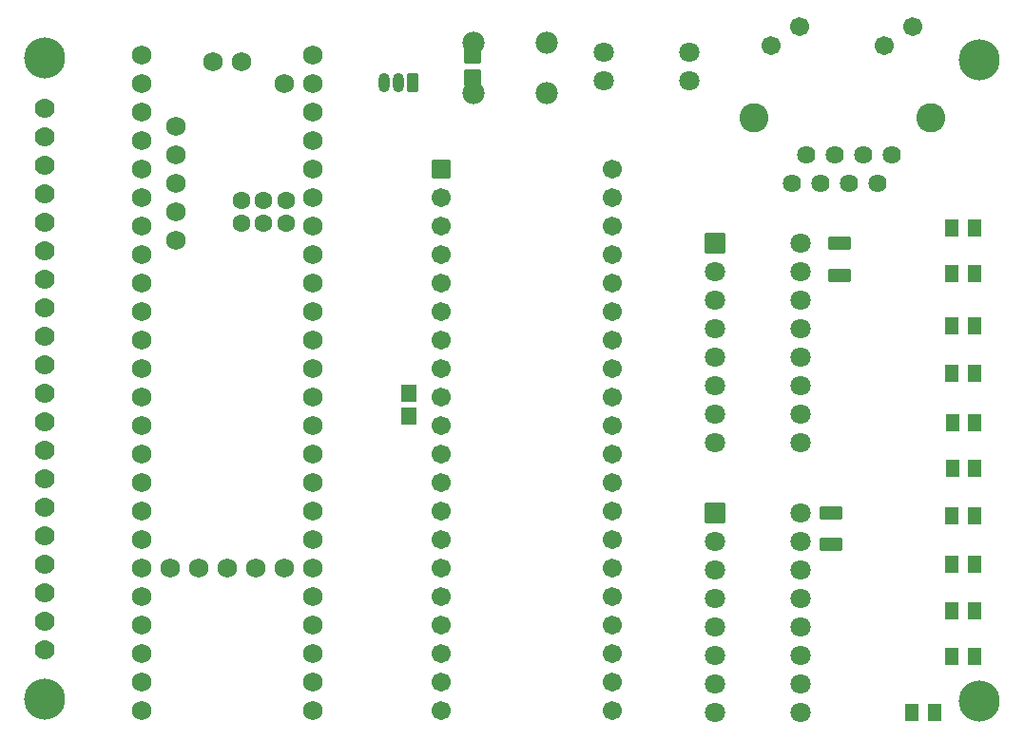
<source format=gbs>
G04 Layer: BottomSolderMaskLayer*
G04 EasyEDA v6.5.40, 2024-02-01 00:24:09*
G04 faf3267638cc42b38ab6b6bb7f3975a6,cb1d8df9e4d043698efa6217e4288dd5,10*
G04 Gerber Generator version 0.2*
G04 Scale: 100 percent, Rotated: No, Reflected: No *
G04 Dimensions in millimeters *
G04 leading zeros omitted , absolute positions ,4 integer and 5 decimal *
%FSLAX45Y45*%
%MOMM*%

%AMMACRO1*1,1,$1,$2,$3*1,1,$1,$4,$5*1,1,$1,0-$2,0-$3*1,1,$1,0-$4,0-$5*20,1,$1,$2,$3,$4,$5,0*20,1,$1,$4,$5,0-$2,0-$3,0*20,1,$1,0-$2,0-$3,0-$4,0-$5,0*20,1,$1,0-$4,0-$5,$2,$3,0*4,1,4,$2,$3,$4,$5,0-$2,0-$3,0-$4,0-$5,$2,$3,0*%
%ADD10C,1.7780*%
%ADD11C,3.6576*%
%ADD12MACRO1,0.1016X-0.5663X0.6885X-0.5663X-0.6885*%
%ADD13MACRO1,0.1016X0.5663X0.6885X0.5663X-0.6885*%
%ADD14MACRO1,0.1016X0.5663X-0.6885X0.5663X0.6885*%
%ADD15MACRO1,0.1016X-0.5663X-0.6885X-0.5663X0.6885*%
%ADD16R,1.4516X1.5116*%
%ADD17MACRO1,0.1016X0.935X0.515X-0.935X0.515*%
%ADD18MACRO1,0.1016X-0.675X-0.705X0.675X-0.705*%
%ADD19MACRO1,0.1016X-0.675X0.705X0.675X0.705*%
%ADD20C,1.7018*%
%ADD21MACRO1,0.1016X0.8001X0.8001X0.8001X-0.8001*%
%ADD22C,1.7016*%
%ADD23C,1.6256*%
%ADD24C,2.6016*%
%ADD25C,1.8016*%
%ADD26O,1.0015981999999999X1.7015968*%
%ADD27MACRO1,0.1016X-0.45X0.8X0.45X0.8*%
%ADD28MACRO1,0.1016X-0.85X0.85X0.85X0.85*%
%ADD29C,1.9812*%
%ADD30C,1.7272*%
%ADD31C,1.6032*%
%ADD32C,0.0112*%

%LPD*%
D10*
G01*
X787400Y11303000D03*
G01*
X787400Y11557000D03*
G01*
X787400Y11811000D03*
G01*
X787400Y12065000D03*
G01*
X787400Y12319000D03*
G01*
X787400Y12573000D03*
G01*
X787400Y12827000D03*
G01*
X787400Y13081000D03*
G01*
X787400Y13335000D03*
G01*
X787400Y13589000D03*
G01*
X787400Y13843000D03*
G01*
X787400Y14097000D03*
G01*
X787400Y14351000D03*
G01*
X787400Y14605000D03*
G01*
X787400Y14859000D03*
G01*
X787400Y15113000D03*
G01*
X787400Y15367000D03*
G01*
X787400Y15621000D03*
G01*
X787400Y15875000D03*
G01*
X787400Y16129000D03*
D11*
G01*
X9105900Y10845800D03*
G01*
X9105900Y16560800D03*
G01*
X787400Y16573500D03*
G01*
X787400Y10858500D03*
D12*
G01*
X9066204Y12496800D03*
D13*
G01*
X8866195Y12496800D03*
D14*
G01*
X8866195Y11645900D03*
D15*
G01*
X9066204Y11645900D03*
D14*
G01*
X8866195Y12065000D03*
D15*
G01*
X9066204Y12065000D03*
D14*
G01*
X8510595Y10744200D03*
D15*
G01*
X8710604Y10744200D03*
D14*
G01*
X8866195Y11239500D03*
D15*
G01*
X9066204Y11239500D03*
D14*
G01*
X8866195Y13766800D03*
D15*
G01*
X9066204Y13766800D03*
D12*
G01*
X9069583Y12920726D03*
D13*
G01*
X8869573Y12920726D03*
D14*
G01*
X8866195Y15062200D03*
D15*
G01*
X9066204Y15062200D03*
D14*
G01*
X8866195Y14655800D03*
D15*
G01*
X9066204Y14655800D03*
D14*
G01*
X8866195Y14185900D03*
D15*
G01*
X9066204Y14185900D03*
D12*
G01*
X9069583Y13327126D03*
D13*
G01*
X8869573Y13327126D03*
D16*
G01*
X4025900Y13387400D03*
G01*
X4025900Y13587399D03*
D17*
G01*
X7861300Y14924811D03*
G01*
X7861300Y14640788D03*
D18*
G01*
X4597400Y16597302D03*
D19*
G01*
X4597400Y16397297D03*
D20*
G01*
X5842000Y13296900D03*
G01*
X5842000Y13042900D03*
G01*
X5842000Y12788900D03*
G01*
X5842000Y13550900D03*
G01*
X5842000Y13804900D03*
G01*
X5842000Y12534900D03*
G01*
X5842000Y14058900D03*
G01*
X5842000Y12280900D03*
G01*
X5842000Y14312900D03*
G01*
X5842000Y12026900D03*
G01*
X5842000Y11772900D03*
G01*
X5842000Y11518900D03*
G01*
X5842000Y14566900D03*
G01*
X5842000Y14820900D03*
G01*
X5842000Y11264900D03*
G01*
X5842000Y11010900D03*
G01*
X5842000Y10756900D03*
G01*
X5842000Y15074900D03*
G01*
X5842000Y15328900D03*
G01*
X5842000Y15582900D03*
G01*
X4318000Y13296900D03*
D21*
G01*
X4318000Y15582900D03*
D20*
G01*
X4318000Y15328900D03*
G01*
X4318000Y15074900D03*
G01*
X4318000Y14820900D03*
G01*
X4318000Y14566900D03*
G01*
X4318000Y14312900D03*
G01*
X4318000Y14058900D03*
G01*
X4318000Y13804900D03*
G01*
X4318000Y13550900D03*
G01*
X4318000Y13042900D03*
G01*
X4318000Y12788900D03*
G01*
X4318000Y12534900D03*
G01*
X4318000Y12280900D03*
G01*
X4318000Y12026900D03*
G01*
X4318000Y11772900D03*
G01*
X4318000Y11518900D03*
G01*
X4318000Y11264900D03*
G01*
X4318000Y11010900D03*
G01*
X4318000Y10756900D03*
D17*
G01*
X7785100Y12524511D03*
G01*
X7785100Y12240488D03*
D22*
G01*
X7508240Y16852823D03*
G01*
X7254240Y16682821D03*
G01*
X8519236Y16852823D03*
G01*
X8265236Y16682821D03*
D23*
G01*
X8331225Y15709823D03*
G01*
X8204225Y15455823D03*
G01*
X8077225Y15709823D03*
G01*
X7950225Y15455823D03*
G01*
X7823225Y15709823D03*
G01*
X7696225Y15455823D03*
G01*
X7569225Y15709823D03*
G01*
X7442225Y15455823D03*
D24*
G01*
X8674252Y16039820D03*
G01*
X7099249Y16039845D03*
D25*
G01*
X5765800Y16624300D03*
G01*
X5765800Y16370300D03*
G01*
X6527800Y16370300D03*
G01*
X6527800Y16624300D03*
D26*
G01*
X3810000Y16357600D03*
G01*
X3937000Y16357600D03*
D27*
G01*
X4064001Y16357600D03*
D28*
G01*
X6756391Y12522147D03*
D25*
G01*
X6756400Y12268149D03*
G01*
X6756400Y10998149D03*
G01*
X6756400Y10744149D03*
G01*
X6756400Y12014149D03*
G01*
X6756400Y11760149D03*
G01*
X6756400Y11252149D03*
G01*
X6756400Y11506149D03*
G01*
X7518400Y10744149D03*
G01*
X7518400Y10998149D03*
G01*
X7518400Y11252149D03*
G01*
X7518400Y11506149D03*
G01*
X7518400Y11760149D03*
G01*
X7518400Y12014149D03*
G01*
X7518400Y12268149D03*
G01*
X7518400Y12522149D03*
D28*
G01*
X6756391Y14922447D03*
D25*
G01*
X6756400Y14668449D03*
G01*
X6756400Y13398449D03*
G01*
X6756400Y13144449D03*
G01*
X6756400Y14414449D03*
G01*
X6756400Y14160449D03*
G01*
X6756400Y13652449D03*
G01*
X6756400Y13906449D03*
G01*
X7518400Y13144449D03*
G01*
X7518400Y13398449D03*
G01*
X7518400Y13652449D03*
G01*
X7518400Y13906449D03*
G01*
X7518400Y14160449D03*
G01*
X7518400Y14414449D03*
G01*
X7518400Y14668449D03*
G01*
X7518400Y14922449D03*
D29*
G01*
X4602759Y16711320D03*
G01*
X5252999Y16711320D03*
G01*
X4602759Y16259200D03*
G01*
X5252999Y16259200D03*
D30*
G01*
X1651000Y10756900D03*
G01*
X1651000Y11264900D03*
G01*
X1651000Y11518900D03*
G01*
X1651000Y11010900D03*
G01*
X1651000Y11772900D03*
G01*
X3175000Y11010900D03*
G01*
X3175000Y10756900D03*
G01*
X1651000Y12026900D03*
G01*
X1905000Y12026900D03*
G01*
X2159000Y12026900D03*
G01*
X2413000Y12026900D03*
G01*
X2667000Y12026900D03*
G01*
X2921000Y12026900D03*
G01*
X3175000Y12026900D03*
G01*
X3175000Y11772900D03*
G01*
X3175000Y11518900D03*
G01*
X3175000Y11264900D03*
G01*
X1651000Y12280900D03*
G01*
X1651000Y12788900D03*
G01*
X1651000Y13042900D03*
G01*
X1651000Y13296900D03*
G01*
X1651000Y13550900D03*
G01*
X1651000Y13804900D03*
G01*
X1651000Y14058900D03*
G01*
X1651000Y14312900D03*
G01*
X1651000Y14566900D03*
G01*
X1651000Y14820900D03*
G01*
X1651000Y15074900D03*
G01*
X1651000Y15328900D03*
G01*
X1651000Y15582900D03*
G01*
X1651000Y15836900D03*
G01*
X1651000Y16090900D03*
G01*
X1651000Y16344900D03*
G01*
X1651000Y16598900D03*
G01*
X3175000Y16598900D03*
G01*
X3175000Y16344900D03*
G01*
X3175000Y16090900D03*
G01*
X3175000Y15836900D03*
G01*
X3175000Y15582900D03*
G01*
X3175000Y15328900D03*
G01*
X3175000Y15074900D03*
G01*
X3175000Y14820900D03*
G01*
X3175000Y14566900D03*
G01*
X3175000Y14312900D03*
G01*
X3175000Y14058900D03*
G01*
X3175000Y13804900D03*
G01*
X3175000Y13550900D03*
G01*
X3175000Y13296900D03*
G01*
X3175000Y13042900D03*
G01*
X3175000Y12788900D03*
G01*
X3175000Y12280900D03*
G01*
X2921000Y16344900D03*
D31*
G01*
X2734995Y15301899D03*
G01*
X2934995Y15101900D03*
G01*
X2934995Y15301899D03*
D30*
G01*
X3175000Y12534900D03*
G01*
X1651000Y12534900D03*
G01*
X2286000Y16537889D03*
G01*
X2540000Y16537889D03*
G01*
X1950999Y15963900D03*
G01*
X1950999Y15709900D03*
G01*
X1950999Y15455900D03*
G01*
X1950999Y15201900D03*
G01*
X1950999Y14947900D03*
D31*
G01*
X2534996Y15301899D03*
G01*
X2734995Y15101900D03*
G01*
X2534996Y15101900D03*
M02*

</source>
